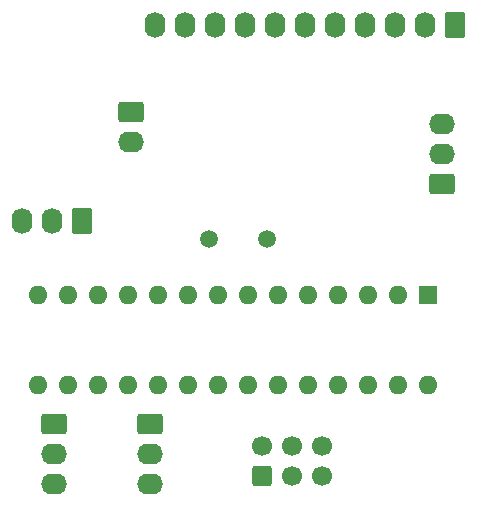
<source format=gbr>
%TF.GenerationSoftware,KiCad,Pcbnew,7.0.7*%
%TF.CreationDate,2023-10-31T12:47:44-05:00*%
%TF.ProjectId,445_project,3434355f-7072-46f6-9a65-63742e6b6963,rev?*%
%TF.SameCoordinates,Original*%
%TF.FileFunction,Soldermask,Bot*%
%TF.FilePolarity,Negative*%
%FSLAX46Y46*%
G04 Gerber Fmt 4.6, Leading zero omitted, Abs format (unit mm)*
G04 Created by KiCad (PCBNEW 7.0.7) date 2023-10-31 12:47:44*
%MOMM*%
%LPD*%
G01*
G04 APERTURE LIST*
G04 Aperture macros list*
%AMRoundRect*
0 Rectangle with rounded corners*
0 $1 Rounding radius*
0 $2 $3 $4 $5 $6 $7 $8 $9 X,Y pos of 4 corners*
0 Add a 4 corners polygon primitive as box body*
4,1,4,$2,$3,$4,$5,$6,$7,$8,$9,$2,$3,0*
0 Add four circle primitives for the rounded corners*
1,1,$1+$1,$2,$3*
1,1,$1+$1,$4,$5*
1,1,$1+$1,$6,$7*
1,1,$1+$1,$8,$9*
0 Add four rect primitives between the rounded corners*
20,1,$1+$1,$2,$3,$4,$5,0*
20,1,$1+$1,$4,$5,$6,$7,0*
20,1,$1+$1,$6,$7,$8,$9,0*
20,1,$1+$1,$8,$9,$2,$3,0*%
G04 Aperture macros list end*
%ADD10RoundRect,0.250000X-0.845000X0.620000X-0.845000X-0.620000X0.845000X-0.620000X0.845000X0.620000X0*%
%ADD11O,2.190000X1.740000*%
%ADD12RoundRect,0.250000X0.845000X-0.620000X0.845000X0.620000X-0.845000X0.620000X-0.845000X-0.620000X0*%
%ADD13R,1.600000X1.600000*%
%ADD14O,1.600000X1.600000*%
%ADD15C,1.500000*%
%ADD16RoundRect,0.250000X0.620000X0.845000X-0.620000X0.845000X-0.620000X-0.845000X0.620000X-0.845000X0*%
%ADD17O,1.740000X2.190000*%
%ADD18RoundRect,0.250000X0.600000X-0.600000X0.600000X0.600000X-0.600000X0.600000X-0.600000X-0.600000X0*%
%ADD19C,1.700000*%
G04 APERTURE END LIST*
D10*
%TO.C,J1*%
X64389000Y-107950000D03*
D11*
X64389000Y-110490000D03*
%TD*%
D12*
%TO.C,POT1*%
X90678000Y-114046000D03*
D11*
X90678000Y-111506000D03*
X90678000Y-108966000D03*
%TD*%
D13*
%TO.C,U1*%
X89535000Y-123444000D03*
D14*
X86995000Y-123444000D03*
X84455000Y-123444000D03*
X81915000Y-123444000D03*
X79375000Y-123444000D03*
X76835000Y-123444000D03*
X74295000Y-123444000D03*
X71755000Y-123444000D03*
X69215000Y-123444000D03*
X66675000Y-123444000D03*
X64135000Y-123444000D03*
X61595000Y-123444000D03*
X59055000Y-123444000D03*
X56515000Y-123444000D03*
X56515000Y-131064000D03*
X59055000Y-131064000D03*
X61595000Y-131064000D03*
X64135000Y-131064000D03*
X66675000Y-131064000D03*
X69215000Y-131064000D03*
X71755000Y-131064000D03*
X74295000Y-131064000D03*
X76835000Y-131064000D03*
X79375000Y-131064000D03*
X81915000Y-131064000D03*
X84455000Y-131064000D03*
X86995000Y-131064000D03*
X89535000Y-131064000D03*
%TD*%
D15*
%TO.C,Y1*%
X70976000Y-118745000D03*
X75856000Y-118745000D03*
%TD*%
D10*
%TO.C,RX_2*%
X57892000Y-134366000D03*
D11*
X57892000Y-136906000D03*
X57892000Y-139446000D03*
%TD*%
D10*
%TO.C,RX_3*%
X66020000Y-134366000D03*
D11*
X66020000Y-136906000D03*
X66020000Y-139446000D03*
%TD*%
D16*
%TO.C,RX_1*%
X60198000Y-117221000D03*
D17*
X57658000Y-117221000D03*
X55118000Y-117221000D03*
%TD*%
D18*
%TO.C,J2*%
X75438000Y-138811000D03*
D19*
X75438000Y-136271000D03*
X77978000Y-138811000D03*
X77978000Y-136271000D03*
X80518000Y-138811000D03*
X80518000Y-136271000D03*
%TD*%
D16*
%TO.C,LCD1*%
X91821000Y-100584000D03*
D17*
X89281000Y-100584000D03*
X86741000Y-100584000D03*
X84201000Y-100584000D03*
X81661000Y-100584000D03*
X79121000Y-100584000D03*
X76581000Y-100584000D03*
X74041000Y-100584000D03*
X71501000Y-100584000D03*
X68961000Y-100584000D03*
X66421000Y-100584000D03*
%TD*%
M02*

</source>
